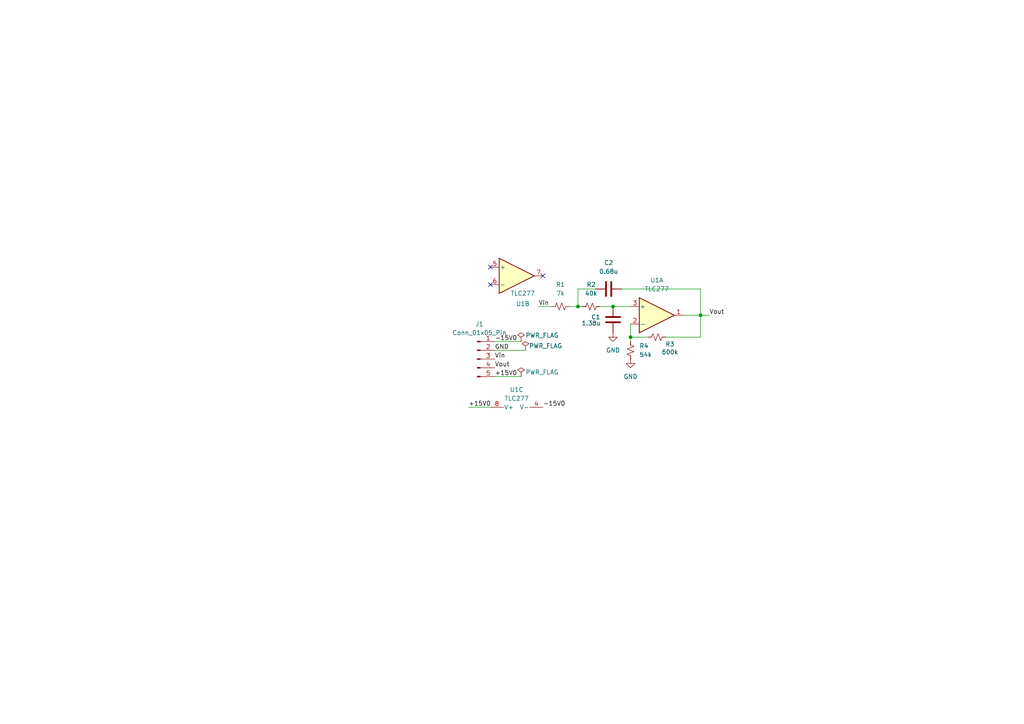
<source format=kicad_sch>
(kicad_sch (version 20250114) (generator "eeschema") (generator_version "9.0")
  (paper "A4")
  (lib_symbols
    (symbol "Amplifier_Operational:TLC277" (pin_names (offset 0.127))
      (property "Reference" "U" (at 0 5.08 0))
      (property "Value" "TLC277" (at 0 -5.08 0))
      (symbol "TLC277_1_1"
        (polyline (pts (xy -5.08 5.08) (xy 5.08 0) (xy -5.08 -5.08) (xy -5.08 5.08)) (stroke (width 0.254)) (fill (type background)))
        (pin input line (at -7.62 2.54 0) (length 2.54) (name "+") (number "3"))
        (pin input line (at -7.62 -2.54 0) (length 2.54) (name "-") (number "2"))
        (pin output line (at 7.62 0 180) (length 2.54) (name "~") (number "1"))
      )
      (symbol "TLC277_2_1"
        (polyline (pts (xy -5.08 5.08) (xy 5.08 0) (xy -5.08 -5.08) (xy -5.08 5.08)) (stroke (width 0.254)) (fill (type background)))
        (pin input line (at -7.62 2.54 0) (length 2.54) (name "+") (number "5"))
        (pin input line (at -7.62 -2.54 0) (length 2.54) (name "-") (number "6"))
        (pin output line (at 7.62 0 180) (length 2.54) (name "~") (number "7"))
      )
      (symbol "TLC277_3_1"
        (pin power_in line (at -2.54 7.62 270) (length 3.81) (name "V+") (number "8"))
        (pin power_in line (at -2.54 -7.62 90) (length 3.81) (name "V-") (number "4"))
      )
    )
    (symbol "Connector:Conn_01x05_Pin" (pin_names (offset 1.016) (hide yes))
      (property "Reference" "J" (at 0 7.62 0))
      (property "Value" "Conn_01x05_Pin" (at 0 -7.62 0))
      (symbol "Conn_01x05_Pin_1_1"
        (rectangle (start 0.8636 5.207) (end 0 4.953) (stroke (width 0.1524)) (fill (type outline)))
        (rectangle (start 0.8636 2.667) (end 0 2.413) (stroke (width 0.1524)) (fill (type outline)))
        (rectangle (start 0.8636 0.127) (end 0 -0.127) (stroke (width 0.1524)) (fill (type outline)))
        (rectangle (start 0.8636 -2.413) (end 0 -2.667) (stroke (width 0.1524)) (fill (type outline)))
        (rectangle (start 0.8636 -4.953) (end 0 -5.207) (stroke (width 0.1524)) (fill (type outline)))
        (polyline (pts (xy 1.27 5.08) (xy 0.8636 5.08)) (stroke (width 0.1524)))
        (polyline (pts (xy 1.27 2.54) (xy 0.8636 2.54)) (stroke (width 0.1524)))
        (polyline (pts (xy 1.27 0) (xy 0.8636 0)) (stroke (width 0.1524)))
        (polyline (pts (xy 1.27 -2.54) (xy 0.8636 -2.54)) (stroke (width 0.1524)))
        (polyline (pts (xy 1.27 -5.08) (xy 0.8636 -5.08)) (stroke (width 0.1524)))
        (pin passive line (at 5.08 5.08 180) (length 3.81) (name "Pin_1") (number "1"))
        (pin passive line (at 5.08 2.54 180) (length 3.81) (name "Pin_2") (number "2"))
        (pin passive line (at 5.08 0 180) (length 3.81) (name "Pin_3") (number "3"))
        (pin passive line (at 5.08 -2.54 180) (length 3.81) (name "Pin_4") (number "4"))
        (pin passive line (at 5.08 -5.08 180) (length 3.81) (name "Pin_5") (number "5"))
      )
    )
    (symbol "Device:C" (pin_numbers (hide yes)) (pin_names (offset 0.254))
      (property "Reference" "C" (at 0.635 2.54 0))
      (property "Value" "C" (at 0.635 -2.54 0))
      (symbol "C_0_1"
        (polyline (pts (xy -2.032 0.762) (xy 2.032 0.762)) (stroke (width 0.508)))
        (polyline (pts (xy -2.032 -0.762) (xy 2.032 -0.762)) (stroke (width 0.508)))
      )
      (symbol "C_1_1"
        (pin passive line (at 0 3.81 270) (length 2.794) (name "~") (number "1"))
        (pin passive line (at 0 -3.81 90) (length 2.794) (name "~") (number "2"))
      )
    )
    (symbol "Device:R_Small_US" (pin_numbers (hide yes)) (pin_names (offset 0.254) (hide yes))
      (property "Reference" "R" (at 0.762 0.508 0))
      (property "Value" "R_Small_US" (at 0.762 -1.016 0))
      (symbol "R_Small_US_1_1"
        (polyline (pts (xy 0 1.524) (xy 1.016 1.143) (xy 0 0.762) (xy -1.016 0.381) (xy 0 0)))
        (polyline (pts (xy 0 0) (xy 1.016 -0.381) (xy 0 -0.762) (xy -1.016 -1.143) (xy 0 -1.524)))
        (pin passive line (at 0 2.54 270) (length 1.016) (name "~") (number "1"))
        (pin passive line (at 0 -2.54 90) (length 1.016) (name "~") (number "2"))
      )
    )
    (symbol "power:GND" (power) (pin_numbers (hide yes)) (pin_names (offset 0) (hide yes))
      (property "Value" "GND" (at 0 -3.81 0))
      (symbol "GND_0_1"
        (polyline (pts (xy 0 0) (xy 0 -1.27) (xy 1.27 -1.27) (xy 0 -2.54) (xy -1.27 -1.27) (xy 0 -1.27)))
      )
      (symbol "GND_1_1"
        (pin power_in line (at 0 0 270) (length 0) (name "~") (number "1"))
      )
    )
    (symbol "power:PWR_FLAG" (power) (pin_numbers (hide yes)) (pin_names (offset 0) (hide yes))
      (property "Value" "PWR_FLAG" (at 0 3.81 0))
      (symbol "PWR_FLAG_0_0"
        (pin power_out line (at 0 0 90) (length 0) (name "~") (number "1"))
      )
      (symbol "PWR_FLAG_0_1"
        (polyline (pts (xy 0 0) (xy 0 1.27) (xy -1.016 1.905) (xy 0 2.54) (xy 1.016 1.905) (xy 0 1.27)))
      )
    )
  )
  (junction (at 182.88 97.79))
  (junction (at 203.2 91.44))
  (junction (at 167.64 88.9))
  (junction (at 177.8 88.9))
  (no_connect (at 142.24 77.47))
  (no_connect (at 142.24 82.55))
  (no_connect (at 157.48 80.01))
  (wire (pts (xy 203.2 83.82) (xy 203.2 91.44)))
  (wire (pts (xy 203.2 97.79) (xy 203.2 91.44)))
  (wire (pts (xy 182.88 93.98) (xy 182.88 97.79)))
  (wire (pts (xy 143.51 101.6) (xy 152.4 101.6)))
  (wire (pts (xy 203.2 91.44) (xy 198.12 91.44)))
  (wire (pts (xy 135.89 118.11) (xy 142.24 118.11)))
  (wire (pts (xy 167.64 88.9) (xy 168.91 88.9)))
  (wire (pts (xy 156.21 88.9) (xy 160.02 88.9)))
  (wire (pts (xy 172.72 83.82) (xy 167.64 83.82)))
  (wire (pts (xy 177.8 88.9) (xy 182.88 88.9)))
  (wire (pts (xy 182.88 97.79) (xy 187.96 97.79)))
  (wire (pts (xy 165.1 88.9) (xy 167.64 88.9)))
  (wire (pts (xy 182.88 97.79) (xy 182.88 99.06)))
  (wire (pts (xy 193.04 97.79) (xy 203.2 97.79)))
  (wire (pts (xy 205.74 91.44) (xy 203.2 91.44)))
  (wire (pts (xy 180.34 83.82) (xy 203.2 83.82)))
  (wire (pts (xy 173.99 88.9) (xy 177.8 88.9)))
  (wire (pts (xy 143.51 109.22) (xy 151.13 109.22)))
  (wire (pts (xy 167.64 83.82) (xy 167.64 88.9)))
  (wire (pts (xy 143.51 99.06) (xy 151.13 99.06)))
  (label "Vout" (at 205.74 91.44 0))
  (label "-15V0" (at 143.51 99.06 0))
  (label "GND" (at 143.51 101.6 0))
  (label "Vin" (at 156.21 88.9 0))
  (label "Vout" (at 143.51 106.68 0))
  (label "-15V0" (at 157.48 118.11 0))
  (label "+15V0" (at 135.89 118.11 0))
  (label "+15V0" (at 143.51 109.22 0))
  (label "Vin" (at 143.51 104.14 0))
  (symbol (lib_id "Amplifier_Operational:TLC277") (at 149.86 115.57 90) (unit 3)
    (property "Reference" "U1" (at 149.86 113.03 90))
    (property "Value" "TLC277" (at 149.86 115.57 90))
    (property "Footprint" "Package_SO:SOIC-8_3.9x4.9mm_P1.27mm" (effects (hide yes)))
    (property "Datasheet" "http://www.ti.com/lit/ds/symlink/tlc272.pdf" (effects (hide yes)))
    (property "Description" "Dual LinCMOS Precision Dual Operational Amplifiers, DIP-8/SOIC-8/SSOP-8" (effects (hide yes)))
  )
  (symbol (lib_id "Amplifier_Operational:TLC277") (at 149.86 80.01 0) (unit 2)
    (property "Reference" "U1" (at 151.638 88.138 0))
    (property "Value" "TLC277" (at 151.638 85.09 0))
    (property "Footprint" "Package_SO:SOIC-8_3.9x4.9mm_P1.27mm" (effects (hide yes)))
    (property "Datasheet" "http://www.ti.com/lit/ds/symlink/tlc272.pdf" (effects (hide yes)))
    (property "Description" "Dual LinCMOS Precision Dual Operational Amplifiers, DIP-8/SOIC-8/SSOP-8" (effects (hide yes)))
  )
  (symbol (lib_id "Device:C") (at 176.53 83.82 90) (unit 1)
    (property "Reference" "C2" (at 176.53 76.2 90))
    (property "Value" "0.68u" (at 176.53 78.74 90))
    (property "Footprint" "Capacitor_SMD:C_0402_1005Metric" (effects (hide yes)))
    (property "Description" "Unpolarized capacitor" (effects (hide yes)))
  )
  (symbol (lib_id "power:PWR_FLAG") (at 151.13 109.22 0) (unit 1)
    (property "Reference" "#FLG01" (effects (hide yes)))
    (property "Value" "PWR_FLAG" (at 157.226 107.95 0))
    (property "Description" "Special symbol for telling ERC where power comes from" (effects (hide yes)))
  )
  (symbol (lib_id "power:PWR_FLAG") (at 152.4 101.6 0) (unit 1)
    (property "Reference" "#FLG02" (effects (hide yes)))
    (property "Value" "PWR_FLAG" (at 158.242 100.33 0))
    (property "Description" "Special symbol for telling ERC where power comes from" (effects (hide yes)))
  )
  (symbol (lib_id "Device:R_Small_US") (at 182.88 101.6 180) (unit 1)
    (property "Reference" "R4" (at 185.42 100.3299 0) (effects (justify right)))
    (property "Value" "54k" (at 185.42 102.8699 0) (effects (justify right)))
    (property "Footprint" "Resistor_SMD:R_0402_1005Metric" (effects (hide yes)))
    (property "Description" "Resistor, small US symbol" (effects (hide yes)))
  )
  (symbol (lib_id "power:GND") (at 177.8 96.52 0) (unit 1)
    (property "Reference" "#PWR02" (effects (hide yes)))
    (property "Value" "GND" (at 177.8 101.6 0))
    (property "Description" "Power symbol creates a global label with name \"GND\" , ground" (effects (hide yes)))
  )
  (symbol (lib_id "Device:R_Small_US") (at 190.5 97.79 90) (unit 1)
    (property "Reference" "R3" (at 194.31 99.822 90))
    (property "Value" "600k" (at 194.31 102.108 90))
    (property "Footprint" "Resistor_SMD:R_0402_1005Metric" (effects (hide yes)))
    (property "Description" "Resistor, small US symbol" (effects (hide yes)))
  )
  (symbol (lib_id "Amplifier_Operational:TLC277") (at 190.5 91.44 0) (unit 1)
    (property "Reference" "U1" (at 190.5 81.28 0))
    (property "Value" "TLC277" (at 190.5 83.82 0))
    (property "Footprint" "Package_SO:SOIC-8_3.9x4.9mm_P1.27mm" (effects (hide yes)))
    (property "Datasheet" "http://www.ti.com/lit/ds/symlink/tlc272.pdf" (effects (hide yes)))
    (property "Description" "Dual LinCMOS Precision Dual Operational Amplifiers, DIP-8/SOIC-8/SSOP-8" (effects (hide yes)))
  )
  (symbol (lib_id "Connector:Conn_01x05_Pin") (at 138.43 104.14 0) (unit 1)
    (property "Reference" "J1" (at 139.065 93.98 0))
    (property "Value" "Conn_01x05_Pin" (at 139.065 96.52 0))
    (property "Footprint" "Connector_Hirose:Hirose_DF13-05P-1.25DSA_1x05_P1.25mm_Vertical" (effects (hide yes)))
    (property "Description" "Generic connector, single row, 01x05, script generated" (effects (hide yes)))
  )
  (symbol (lib_id "power:GND") (at 182.88 104.14 0) (unit 1)
    (property "Reference" "#PWR01" (effects (hide yes)))
    (property "Value" "GND" (at 182.88 109.22 0))
    (property "Description" "Power symbol creates a global label with name \"GND\" , ground" (effects (hide yes)))
  )
  (symbol (lib_id "Device:C") (at 177.8 92.71 0) (unit 1)
    (property "Reference" "C1" (at 171.45 91.948 0) (effects (justify left)))
    (property "Value" "1.38u" (at 168.656 93.726 0) (effects (justify left)))
    (property "Footprint" "Capacitor_SMD:C_0402_1005Metric" (effects (hide yes)))
    (property "Description" "Unpolarized capacitor" (effects (hide yes)))
  )
  (symbol (lib_id "power:PWR_FLAG") (at 151.13 99.06 0) (unit 1)
    (property "Reference" "#FLG03" (effects (hide yes)))
    (property "Value" "PWR_FLAG" (at 157.226 97.282 0))
    (property "Description" "Special symbol for telling ERC where power comes from" (effects (hide yes)))
  )
  (symbol (lib_id "Device:R_Small_US") (at 162.56 88.9 90) (unit 1)
    (property "Reference" "R1" (at 162.56 82.55 90))
    (property "Value" "7k" (at 162.56 85.09 90))
    (property "Footprint" "Resistor_SMD:R_0402_1005Metric" (effects (hide yes)))
    (property "Description" "Resistor, small US symbol" (effects (hide yes)))
  )
  (symbol (lib_id "Device:R_Small_US") (at 171.45 88.9 90) (unit 1)
    (property "Reference" "R2" (at 171.45 82.55 90))
    (property "Value" "40k" (at 171.45 85.09 90))
    (property "Footprint" "Resistor_SMD:R_0402_1005Metric" (effects (hide yes)))
    (property "Description" "Resistor, small US symbol" (effects (hide yes)))
  )
)
</source>
